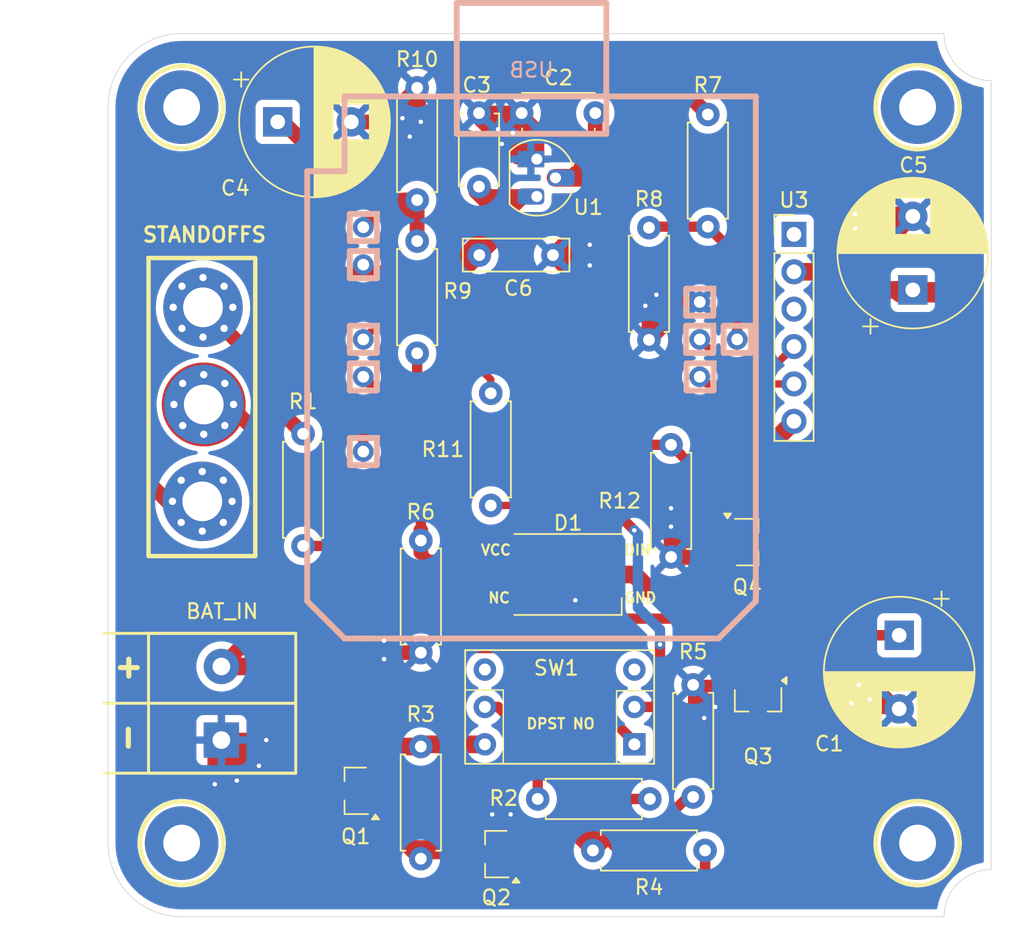
<source format=kicad_pcb>
(kicad_pcb (version 20240108) (generator "pcbnew") (generator_version "8.0")
  (layers (0 "F.Cu" signal) (31 "B.Cu" signal) (34 "B.Paste" user) (35 "F.Paste" user) (36 "B.SilkS" user "B.Silkscreen") (37 "F.SilkS" user "F.Silkscreen") (38 "B.Mask" user) (39 "F.Mask" user) (44 "Edge.Cuts" user))
  (net 0 "")
  (net 1 "CIRCUIT_POWER_SWITCH")
  (net 2 "GND")
  (net 3 "VCC_4.5V")
  (net 4 "+3.3V")
  (net 5 "Net-(U2-IO_13{slash}TCK)")
  (net 6 "Net-(D1-DIN)")
  (net 7 "Net-(Q1-G)")
  (net 8 "Net-(Q2-G)")
  (net 9 "Net-(Q4-D)")
  (net 10 "SIM800L_POWER_SWITCH")
  (net 11 "Net-(R1-Pad2)")
  (net 12 "Net-(R2-Pad2)")
  (net 13 "Net-(U2-IO_04)")
  (net 14 "Net-(R7-Pad2)")
  (net 15 "TEST_BUTTON")
  (net 16 "Net-(U2-IO_23{slash}D7)")
  (net 17 "SERIAL_TX")
  (net 18 "SERIAL_RX")
  (net 20 "Net-(J1-Pin_2)")
  (footprint "MountingHole:MountingHole_2.5mm_Pad" (layer "F.Cu") (at 172.275 73.2)
    (property "Reference" "H2" (hide yes))
    (property "Value" "MountingHole")
  )
  (footprint "Package_TO_SOT_SMD:SOT-23_Handsoldering" (layer "F.Cu") (at 161.4375 113.5 -90)
    (property "Reference" "Q3")
    (property "Value" "PMV16XNR ")
  )
  (footprint "Resistor_THT:R_Axial_DIN0207_L6.3mm_D2.5mm_P7.62mm_Horizontal" (layer "F.Cu") (at 138.525 124.26 90)
    (property "Reference" "R3")
    (property "Value" "100K")
  )
  (footprint "Capacitor_THT:CP_Radial_D10.0mm_P5.00mm" (layer "F.Cu") (at 171.025 109.082323 -90)
    (property "Reference" "C1")
    (property "Value" "470uF")
  )
  (footprint "LED_SMD:LED_WS2812B_PLCC4_5.0x5.0mm_P3.2mm" (layer "F.Cu") (at 148.525 104.95)
    (property "Reference" "D1")
    (property "Value" "WS2812B")
  )
  (footprint "Capacitor_THT:C_Disc_D4.7mm_W2.5mm_P5.00mm" (layer "F.Cu") (at 150.375 73.6 180)
    (property "Reference" "C2")
    (property "Value" "1uF")
  )
  (footprint "Connector_PinHeader_2.54mm:PinHeader_1x06_P2.54mm_Vertical" (layer "F.Cu") (at 163.875 81.845)
    (property "Reference" "U3")
    (property "Value" "SIM800L-CORE")
  )
  (footprint "Resistor_THT:R_Axial_DIN0207_L6.3mm_D2.5mm_P7.62mm_Horizontal" (layer "F.Cu") (at 138.275 89.92 90)
    (property "Reference" "R9")
    (property "Value" "150")
  )
  (footprint "Resistor_THT:R_Axial_DIN0207_L6.3mm_D2.5mm_P7.62mm_Horizontal" (layer "F.Cu") (at 154.025 89.01 90)
    (property "Reference" "R8")
    (property "Value" "680")
  )
  (footprint "MountingHole:MountingHole_2.7mm_M2.5_Pad_Via" (layer "F.Cu") (at 123.775 93.4)
    (property "Reference" "S1" (hide yes))
    (property "Value" "CUNDUCTIVE_LEGS (legs 0, 1)")
  )
  (footprint "Resistor_THT:R_Axial_DIN0207_L6.3mm_D2.5mm_P7.62mm_Horizontal" (layer "F.Cu") (at 150.215 123.7)
    (property "Reference" "R4")
    (property "Value" "100K")
  )
  (footprint "MountingHole:MountingHole_2.7mm_M2.5_Pad_Via" (layer "F.Cu") (at 123.675 99.981891)
    (property "Reference" "S3" (hide yes))
    (property "Value" "CUNDUCTIVE_LEG (leg 2)")
  )
  (footprint "Capacitor_THT:CP_Radial_D10.0mm_P5.00mm" (layer "F.Cu") (at 128.8 74.2)
    (property "Reference" "C4")
    (property "Value" "470")
  )
  (footprint "Resistor_THT:R_Axial_DIN0207_L6.3mm_D2.5mm_P7.62mm_Horizontal" (layer "F.Cu") (at 138.525 110.26 90)
    (property "Reference" "R6")
    (property "Value" "100K")
  )
  (footprint "Resistor_THT:R_Axial_DIN0207_L6.3mm_D2.5mm_P7.62mm_Horizontal" (layer "F.Cu") (at 158.025 81.32 90)
    (property "Reference" "R7")
    (property "Value" "330")
  )
  (footprint "Button_Switch_THT:SW_NKK_G1xJP" (layer "F.Cu") (at 153.035 116.49 180)
    (property "Reference" "SW1")
    (property "Value" "TEST")
  )
  (footprint "Package_TO_SOT_SMD:SOT-23_Handsoldering" (layer "F.Cu") (at 143.65 123.95 180)
    (property "Reference" "Q2")
    (property "Value" "PMV16XNR ")
  )
  (footprint "Package_TO_SOT_SMD:SOT-23_Handsoldering" (layer "F.Cu") (at 160.7 102.75)
    (property "Reference" "Q4")
    (property "Value" "PMV16XNR ")
  )
  (footprint "MountingHole:MountingHole_2.7mm_M2.5_Pad_Via" (layer "F.Cu") (at 123.725 86.8)
    (property "Reference" "S2" (hide yes))
    (property "Value" "CUNDUCTIVE STANDOFFS (legs 1, 2)")
  )
  (footprint "TerminalBlock_Philmore:TerminalBlock_Philmore_TB132_1x02_P5.00mm_Horizontal" (layer "F.Cu") (at 124.975 116.2 90)
    (property "Reference" "BAT_IN")
    (property "Value" "Screw_Terminal_01x02")
  )
  (footprint "Resistor_THT:R_Axial_DIN0207_L6.3mm_D2.5mm_P7.62mm_Horizontal" (layer "F.Cu") (at 138.275 71.89 -90)
    (property "Reference" "R10")
    (property "Value" "10K")
  )
  (footprint "Resistor_THT:R_Axial_DIN0207_L6.3mm_D2.5mm_P7.62mm_Horizontal" (layer "F.Cu") (at 130.525 103.01 90)
    (property "Reference" "R1")
    (property "Value" "330")
  )
  (footprint "Package_TO_SOT_THT:TO-92_HandSolder" (layer "F.Cu") (at 146.405 76.73 -90)
    (property "Reference" "U1")
    (property "Value" "MCP1700x-120xxTO")
  )
  (footprint "MountingHole:MountingHole_2.5mm_Pad" (layer "F.Cu") (at 172.275 123.2)
    (property "Reference" "H4" (hide yes))
    (property "Value" "MountingHole")
  )
  (footprint "Capacitor_THT:C_Rect_L7.0mm_W2.0mm_P5.00mm" (layer "F.Cu") (at 147.5 83.25 180)
    (property "Reference" "C6")
    (property "Value" "C_Rect_L7.0mm_W2.0mm_P5.00mm")
  )
  (footprint "Resistor_THT:R_Axial_DIN0207_L6.3mm_D2.5mm_P7.62mm_Horizontal" (layer "F.Cu") (at 154.085 120.2 180)
    (property "Reference" "R2")
    (property "Value" "330")
  )
  (footprint "Resistor_THT:R_Axial_DIN0207_L6.3mm_D2.5mm_P7.62mm_Horizontal" (layer "F.Cu") (at 157.025 112.45 -90)
    (property "Reference" "R5")
    (property "Value" "300K")
  )
  (footprint "Capacitor_THT:CP_Radial_D10.0mm_P5.00mm" (layer "F.Cu") (at 171.95 85.617677 90)
    (property "Reference" "C5")
    (property "Value" "470uF")
  )
  (footprint "MountingHole:MountingHole_2.5mm_Pad" (layer "F.Cu") (at 122.275 73.2)
    (property "Reference" "H1" (hide yes))
    (property "Value" "MountingHole")
  )
  (footprint "Package_TO_SOT_SMD:SOT-23_Handsoldering" (layer "F.Cu") (at 134.1 119.65 180)
    (property "Reference" "Q1")
    (property "Value" "NTR4101PT1G ")
  )
  (footprint "Resistor_THT:R_Axial_DIN0207_L6.3mm_D2.5mm_P7.62mm_Horizontal" (layer "F.Cu") (at 143.275 92.64 -90)
    (property "Reference" "R11")
    (property "Value" "270")
  )
  (footprint "MountingHole:MountingHole_2.5mm_Pad" (layer "F.Cu") (at 122.275 123.2)
    (property "Reference" "H3" (hide yes))
    (property "Value" "MountingHole")
  )
  (footprint "Capacitor_THT:C_Disc_D4.7mm_W2.5mm_P5.00mm" (layer "F.Cu") (at 142.475 78.6 90)
    (property "Reference" "C3")
    (property "Value" "1uF")
  )
  (footprint "Resistor_THT:R_Axial_DIN0207_L6.3mm_D2.5mm_P7.62mm_Horizontal" (layer "F.Cu") (at 155.525 103.76 90)
    (property "Reference" "R12")
    (property "Value" "10K")
  )
  (footprint "jw:esp32-wemos-d1-mini" (layer "B.Cu") (at 146.045 90.25)
    (property "Reference" "U2" (hide yes))
    (property "Value" "mini_esp32")
  )
  (gr_circle (center 123.775 93.4) (end 126.525455 93.4) (stroke (width 0.2)) (fill solid) (layer "F.Cu") (net 20))
  (gr_rect (start 120.025 108.95) (end 130.025 118.45) (stroke (width 0.2)) (fill none) (layer "F.SilkS"))
  (gr_rect (start 151.825 112.85) (end 154.37612 117.8108) (stroke (width 0.1)) (fill none) (layer "F.SilkS"))
  (gr_rect (start 133.8 80.55) (end 135.425 82.2) (stroke (width 0.2)) (fill none) (layer "F.SilkS"))
  (gr_rect (start 159.2 88.15) (end 160.825 89.8) (stroke (width 0.2)) (fill none) (layer "F.SilkS"))
  (gr_line (start 130.025 108.95) (end 116.975 108.95) (stroke (width 0.2)) (layer "F.SilkS"))
  (gr_line (start 130.025 113.7) (end 117.025 113.7) (stroke (width 0.2)) (layer "F.SilkS"))
  (gr_line (start 130.025 118.45) (end 117.025 118.45) (stroke (width 0.2)) (layer "F.SilkS"))
  (gr_rect (start 133.8 90.7) (end 135.425 92.35) (stroke (width 0.2)) (fill none) (layer "F.SilkS"))
  (gr_rect (start 133.8 83.075) (end 135.425 84.725) (stroke (width 0.2)) (fill none) (layer "F.SilkS"))
  (gr_rect (start 156.675 90.7) (end 158.3 92.35) (stroke (width 0.2)) (fill none) (layer "F.SilkS"))
  (gr_rect (start 156.675 88.15) (end 158.3 89.8) (stroke (width 0.2)) (fill none) (layer "F.SilkS"))
  (gr_rect (start 120.025 83.45) (end 127.275 103.7) (stroke (width 0.3)) (fill none) (layer "F.SilkS"))
  (gr_rect (start 133.8 88.15) (end 135.425 89.8) (stroke (width 0.2)) (fill none) (layer "F.SilkS"))
  (gr_rect (start 141.535 112.8) (end 144.125 117.8108) (stroke (width 0.1)) (fill none) (layer "F.SilkS"))
  (gr_rect (start 133.8 95.775) (end 135.425 97.425) (stroke (width 0.2)) (fill none) (layer "F.SilkS"))
  (gr_rect (start 156.675 85.625) (end 158.3 87.275) (stroke (width 0.2)) (fill none) (layer "F.SilkS"))
  (gr_line (start 122.275 128.2) (end 174.075 128.2) (stroke (width 0.05)) (layer "Edge.Cuts"))
  (gr_arc (start 174.075 128.2) (mid 175.012258 125.937258) (end 177.275 125) (stroke (width 0.05)) (layer "Edge.Cuts"))
  (gr_line (start 174.075 68.2) (end 122.275 68.2) (stroke (width 0.05)) (layer "Edge.Cuts"))
  (gr_arc (start 117.275 73.2) (mid 118.739466 69.664466) (end 122.275 68.2) (stroke (width 0.05)) (layer "Edge.Cuts"))
  (gr_arc (start 122.275 128.2) (mid 118.739466 126.735534) (end 117.275 123.2) (stroke (width 0.05)) (layer "Edge.Cuts"))
  (gr_line (start 177.275 125) (end 177.275 71.4) (stroke (width 0.05)) (layer "Edge.Cuts"))
  (gr_line (start 117.275 73.2) (end 117.275 123.2) (stroke (width 0.05)) (layer "Edge.Cuts"))
  (gr_arc (start 177.275 71.4) (mid 175.012258 70.462742) (end 174.075 68.2) (stroke (width 0.05)) (layer "Edge.Cuts"))
  (gr_text "VCC" (at 142.525 103.7 0) (layer "F.SilkS") (effects (font (size 0.7 0.7) (thickness 0.15) (bold yes)) (justify left bottom)))
  (gr_text "NC" (at 143.025 106.95 0) (layer "F.SilkS") (effects (font (size 0.7 0.7) (thickness 0.15) (bold yes)) (justify left bottom)))
  (gr_text "-" (at 119.425 117.2 90) (layer "F.SilkS") (effects (font (size 1.5 1.5) (thickness 0.35) (bold yes)) (justify left bottom)))
  (gr_text "STANDOFFS" (at 119.525 82.45 0) (layer "F.SilkS") (effects (font (size 1 1) (thickness 0.2) (bold yes)) (justify left bottom)))
  (gr_text "DIN" (at 152.275 103.7 0) (layer "F.SilkS") (effects (font (size 0.7 0.7) (thickness 0.15) (bold yes)) (justify left bottom)))
  (gr_text "+" (at 117.525 112.05 0) (layer "F.SilkS") (effects (font (size 1.5 1.5) (thickness 0.35) (bold yes)) (justify left bottom)))
  (gr_text "DPST NO" (at 145.625 115.5 0) (layer "F.SilkS") (effects (font (size 0.7 0.7) (thickness 0.15) (bold yes)) (justify left bottom)))
  (gr_text "GND" (at 152.275 106.95 0) (layer "F.SilkS") (effects (font (size 0.7 0.7) (thickness 0.15) (bold yes)) (justify left bottom)))
  (segment (start 160.05 107.95) (end 145.025 107.95) (width 0.7) (layer "F.Cu") (net 1))
  (segment (start 162.3875 110.2875) (end 162.3875 112) (width 0.7) (layer "F.Cu") (net 1))
  (segment (start 171.025 109.082323) (end 167.025 109.082323) (width 0.7) (layer "F.Cu") (net 1))
  (segment (start 138.525 95.43) (end 134.615 91.52) (width 0.7) (layer "F.Cu") (net 1))
  (segment (start 138.525 102.64) (end 138.525 101.95) (width 1) (layer "F.Cu") (net 1))
  (segment (start 171.025 109.082323) (end 163.592677 109.082323) (width 0.7) (layer "F.Cu") (net 1))
  (segment (start 161.5 109.4) (end 160.05 107.95) (width 0.7) (layer "F.Cu") (net 1))
  (segment (start 138.525 102.64) (end 138.525 103.45) (width 1) (layer "F.Cu") (net 1))
  (segment (start 163.592677 109.082323) (end 162.3875 110.2875) (width 0.7) (layer "F.Cu") (net 1))
  (segment (start 139.025 103.95) (end 138.525 103.45) (width 0.7) (layer "F.Cu") (net 1))
  (segment (start 161.5 109.4) (end 162.3875 110.2875) (width 0.7) (layer "F.Cu") (net 1))
  (segment (start 141.025 103.95) (end 139.025 103.95) (width 0.7) (layer "F.Cu") (net 1))
  (segment (start 138.525 103.45) (end 138.525 95.43) (width 0.7) (layer "F.Cu") (net 1))
  (segment (start 145.025 107.95) (end 141.025 103.95) (width 0.7) (layer "F.Cu") (net 1))
  (segment (start 155.8 103.7) (end 155.7 103.6) (width 1.2) (layer "F.Cu") (net 2))
  (segment (start 157.275 115.2) (end 157.775 114.7) (width 0.7) (layer "F.Cu") (net 2))
  (segment (start 168.157323 114.082323) (end 167.775 113.7) (width 0.7) (layer "F.Cu") (net 2))
  (segment (start 157.025 112.45) (end 160.525 112.45) (width 0.7) (layer "F.Cu") (net 2))
  (segment (start 134.157323 74.2) (end 136.775 74.2) (width 0.7) (layer "F.Cu") (net 2))
  (segment (start 145.15 123) (end 145.125 123) (width 0.7) (layer "F.Cu") (net 2))
  (segment (start 170.875 80.692677) (end 168.782323 80.692677) (width 1) (layer "F.Cu") (net 2))
  (segment (start 155.015 87.21) (end 154.525 87.7) (width 1) (layer "F.Cu") (net 2))
  (segment (start 155.525 103.76) (end 155.525 100.45) (width 1) (layer "F.Cu") (net 2))
  (segment (start 169.407323 114.082323) (end 168.275 112.95) (width 0.7) (layer "F.Cu") (net 2))
  (segment (start 138.525 110.26) (end 136.835 110.26) (width 1) (layer "F.Cu") (net 2))
  (segment (start 149.125 106.6) (end 149.025 106.7) (width 0.7) (layer "F.Cu") (net 2))
  (segment (start 136.835 110.26) (end 136.025 109.45) (width 1) (layer "F.Cu") (net 2))
  (segment (start 145.125 123) (end 143.375 121.25) (width 0.7) (layer "F.Cu") (net 2))
  (segment (start 150 83.95) (end 149.2 83.15) (width 1) (layer "F.Cu") (net 2))
  (segment (start 157.025 115.2) (end 157.275 115.2) (width 0.7) (layer "F.Cu") (net 2))
  (segment (start 145.15 123) (end 145.15 121.775) (width 0.7) (layer "F.Cu") (net 2))
  (segment (start 146.405 76.73) (end 146.405 76.33) (width 1) (layer "F.Cu") (net 2))
  (segment (start 124.525 119.2) (end 125.775 119.2) (width 1) (layer "F.Cu") (net 2))
  (segment (start 150 83.95) (end 150 82.55) (width 1) (layer "F.Cu") (net 2))
  (segment (start 125.025 117.95) (end 125.025 116.2) (width 1) (layer "F.Cu") (net 2))
  (segment (start 125.025 119.2) (end 128.025 116.2) (width 1) (layer "F.Cu") (net 2))
  (segment (start 126.525 118.2) (end 124.775 116.45) (width 1) (layer "F.Cu") (net 2))
  (segment (start 150 82.55) (end 148.2 82.55) (width 1) (layer "F.Cu") (net 2))
  (segment (start 148.2 83.95) (end 147.5 83.25) (width 1) (layer "F.Cu") (net 2))
  (segment (start 145.055 76.73) (end 144.025 75.7) (width 0.7) (layer "F.Cu") (net 2))
  (segment (start 137.275 74.2) (end 137.025 73.95) (width 0.7) (layer "F.Cu") (net 2))
  (segment (start 168.025 80.45) (end 171.782323 80.45) (width 1) (layer "F.Cu") (net 2))
  (segment (start 155.015 86.44) (end 154.525 85.95) (width 1) (layer "F.Cu") (net 2))
  (segment (start 127.525 117.95) (end 126.725 117.95) (width 1) (layer "F.Cu") (net 2))
  (segment (start 138.025 73.7) (end 138.025 72.95) (width 0.7) (layer "F.Cu") (net 2))
  (segment (start 167.775 112.95) (end 168.275 112.45) (width 0.7) (layer "F.Cu") (net 2))
  (segment (start 125.775 119.2) (end 126.025 118.95) (width 1) (layer "F.Cu") (net 2))
  (segment (start 138.525 74.2) (end 134.157323 74.2) (width 0.7) (layer "F.Cu") (net 2))
  (segment (start 171.782323 80.45) (end 171.95 80.617677) (width 1) (layer "F.Cu") (net 2))
  (segment (start 156.595 86.44) (end 154.025 89.01) (width 1) (layer "F.Cu") (net 2))
  (segment (start 137.525 74.95) (end 137.525 73.7) (width 0.7) (layer "F.Cu") (net 2))
  (segment (start 128.025 117.45) (end 127.275 116.7) (width 1) (layer "F.Cu") (net 2))
  (segment (start 138.525 74.2) (end 137.775 73.45) (width 0.7) (layer "F.Cu") (net 2))
  (segment (start 146.405 76.73) (end 145.055 76.73) (width 0.7) (layer "F.Cu") (net 2))
  (segment (start 145.375 73.6) (end 142.475 73.6) (width 1) (layer "F.Cu") (net 2))
  (segment (start 126.225 117.45) (end 124.975 116.2) (width 1) (layer "F.Cu") (net 2))
  (segment (start 160.025 112.45) (end 159.025 112.45) (width 0.7) (layer "F.Cu") (net 2))
  (segment (start 159.475 103.7) (end 158.025 103.7) (width 1) (layer "F.Cu") (net 2))
  (segment (start 145.15 123) (end 144.45 122.3) (width 0.7) (layer "F.Cu") (net 2))
  (segment (start 168.782323 80.692677) (end 168.025 81.45) (width 1) (layer "F.Cu") (net 2))
  (segment (start 145.15 121.775) (end 144.625 121.25) (width 0.7) (layer "F.Cu") (net 2))
  (segment (start 158.525 113.95) (end 157.775 114.7) (width 0.7) (layer "F.Cu") (net 2))
  (segment (start 146.405 74.83) (end 145.275 73.7) (width 1) (layer "F.Cu") (net 2))
  (segment (start 146.405 75.58) (end 144.775 73.95) (width 1) (layer "F.Cu") (net 2))
  (segment (start 138.525 74.2) (end 138.025 73.7) (width 0.7) (layer "F.Cu") (net 2))
  (segment (start 170.157323 114.082323) (end 169.025 112.95) (width 0.7) (layer "F.Cu") (net 2))
  (segment (start 157.025 112.45) (end 157.025 115.2) (width 0.7) (layer "F.Cu") (net 2))
  (segment (start 126.725 117.95) (end 124.975 116.2) (width 1) (layer "F.Cu") (net 2))
  (segment (start 128.025 117.45) (end 127.525 117.95) (width 1) (layer "F.Cu") (net 2))
  (segment (start 136.775 74.2) (end 137.775 75.2) (width 0.7) (layer "F.Cu") (net 2))
  (segment (start 169.392677 112.45) (end 171.025 114.082323) (width 0.7) (layer "F.Cu") (net 2))
  (segment (start 157.025 115.2) (end 159.775 112.45) (width 0.7) (layer "F.Cu") (net 2))
  (segment (start 168.025 81.45) (end 168.025 80.45) (width 1) (layer "F.Cu") (net 2))
  (segment (start 128.025 116.2) (end 128.025 117.45) (width 1) (layer "F.Cu") (net 2))
  (segment (start 150.975 106.6) (end 149.125 106.6) (width 0.7) (layer "F.Cu") (net 2))
  (segment (start 124.525 116.65) (end 124.975 116.2) (width 1) (layer "F.Cu") (net 2))
  (segment (start 127.525 117.95) (end 125.775 116.2) (width 1) (layer "F.Cu") (net 2))
  (segment (start 137.775 75.2) (end 137.775 74.95) (width 0.7) (layer "F.Cu") (net 2))
  (segment (start 157.025 114.45) (end 157.025 112.45) (width 0.7) (layer "F.Cu") (net 2))
  (segment (start 146.405 76.73) (end 145.555 76.73) (width 1) (layer "F.Cu") (net 2))
  (segment (start 126.525 118.95) (end 127.525 117.95) (width 1) (layer "F.Cu") (net 2))
  (segment (start 138.525 72.14) (end 138.275 71.89) (width 0.7) (layer "F.Cu") (net 2))
  (segment (start 158.025 103.7) (end 157.275 102.95) (width 1) (layer "F.Cu") (net 2))
  (segment (start 125.775 116.2) (end 125.025 116.2) (width 1) (layer "F.Cu") (net 2))
  (segment (start 138.525 74.2) (end 138.525 72.14) (width 0.7) (layer "F.Cu") (net 2))
  (segment (start 127.275 116.7) (end 124.775 116.7) (width 1) (layer "F.Cu") (net 2))
  (segment (start 127.525 117.95) (end 126.275 119.2) (width 1) (layer "F.Cu") (net 2))
  (segment (start 146.405 76.73) (end 146.405 75.58) (width 1) (layer "F.Cu") (net 2))
  (segment (start 169.642677 112.7) (end 168.525 112.7) (width 0.7) (layer "F.Cu") (net 2))
  (segment (start 149.2 83.15) (end 148.7 83.15) (width 1) (layer "F.Cu") (net 2))
  (segment (start 155.525 100.45) (end 155.525 101.2) (width 1) (layer "F.Cu") (net 2))
  (segment (start 157.275 102.95) (end 156.025 102.95) (width 1) (layer "F.Cu") (net 2))
  (segment (start 136.465 110.26) (end 136.025 110.7) (width 1) (layer "F.Cu") (net 2))
  (segment (start 128.025 117.45) (end 126.225 117.45) (width 1) (layer "F.Cu") (net 2))
  (segment (start 128.025 116.2) (end 124.975 116.2) (width 1) (layer "F.Cu") (net 2))
  (segment (start 170.875 80.692677) (end 168.032323 80.692677) (width 1) (layer "F.Cu") (net 2))
  (segment (start 126.275 119.2) (end 125.775 119.2) (width 1) (layer "F.Cu") (net 2))
  (segment (start 124.525 119.2) (end 125.025 119.2) (width 1) (layer "F.Cu") (net 2))
  (segment (start 160.025 112.45) (end 158.275 112.45) (width 0.7) (layer "F.Cu") (net 2))
  (segment (start 137.775 75.2) (end 137.525 74.95) (width 0.7) (layer "F.Cu") (net 2))
  (segment (start 158.025 103.7) (end 155.585 103.7) (width 1) (layer "F.Cu") (net 2))
  (segment (start 170.875 80.692677) (end 168.267677 80.692677) (width 1) (layer "F.Cu") (net 2))
  (segment (start 168.267677 80.692677) (end 168.025 80.45) (width 1) (layer "F.Cu") (net 2))
  (segment (start 171.025 114.082323) (end 169.407323 114.082323) (width 0.7) (layer "F.Cu") (net 2))
  (segment (start 155.585 103.7) (end 155.525 103.76) (width 1) (layer "F.Cu") (net 2))
  (segment (start 168.657323 114.082323) (end 168.025 113.45) (width 0.7) (layer "F.Cu") (net 2))
  (segment (start 157.475 86.44) (end 156.595 86.44) (width 1) (layer "F.Cu") (net 2))
  (segment (start 145.555 76.73) (end 142.525 73.7) (width 1) (layer "F.Cu") (net 2))
  (segment (start 154.525 87.7) (end 154.525 86.7) (width 1) (layer "F.Cu") (net 2))
  (segment (start 158.275 112.45) (end 157.275 113.45) (width 0.7) (layer "F.Cu") (net 2))
  (segment (start 137.775 73.45) (end 137.025 73.45) (width 0.7) (layer "F.Cu") (net 2))
  (segment (start 159.775 112.7) (end 158.525 113.95) (width 0.7) (layer "F.Cu") (net 2))
  (segment (start 171.117677 81.45) (end 171.95 80.617677) (width 1) (layer "F.Cu") (net 2))
  (segment (start 137.775 74.95) (end 138.525 74.2) (width 0.7) (layer "F.Cu") (net 2))
  (segment (start 148.2 82.55) (end 147.5 83.25) (width 1) (layer "F.Cu") (net 2))
  (segment (start 135.965 74.2) (end 138.275 71.89) (width 1) (layer "F.Cu") (net 2))
  (segment (start 146.405 76.33) (end 144.025 73.95) (width 1) (layer "F.Cu") (net 2))
  (segment (start 154.025 86.95) (end 153.775 86.7) (width 1) (layer "F.Cu") (net 2))
  (segment (start 142.475 73.6) (end 142.475 74.15) (width 0.7) (layer "F.Cu") (net 2))
  (segment (start 171.025 114.082323) (end 168.157323 114.082323) (width 0.7) (layer "F.Cu") (net 2))
  (segment (start 168.275 112.45) (end 169.392677 112.45) (width 0.7) (layer "F.Cu") (net 2))
  (segment (start 126.025 118.95) (end 126.525 118.95) (width 1) (layer "F.Cu") (net 2))
  (segment (start 135.965 74.2) (end 133.8 74.2) (width 1) (layer "F.Cu") (net 2))
  (segment (start 150 83.95) (end 148.2 83.95) (width 1) (layer "F.Cu") (net 2))
  (segment (start 155.525 101.2) (end 158.025 103.7) (width 1) (layer "F.Cu") (net 2))
  (segment (start 126.025 118.95) (end 125.025 117.95) (width 1) (layer "F.Cu") (net 2))
  (segment (start 159.025 112.45) (end 157.025 114.45) (width 0.7) (layer "F.Cu") (net 2))
  (segment (start 146.405 76.73) (end 146.405 74.83) (width 1) (layer "F.Cu") (net 2))
  (segment (start 144.45 122.3) (end 144.45 121.65) (width 0.7) (layer "F.Cu") (net 2))
  (segment (start 138.525 110.26) (end 136.465 110.26) (width 1) (layer "F.Cu") (net 2))
  (segment (start 124.525 119.2) (end 124.525 116.65) (width 1) (layer "F.Cu") (net 2))
  (segment (start 142.475 74.15) (end 144.025 75.7) (width 0.7) (layer "F.Cu") (net 2))
  (segment (start 171.025 114.082323) (end 169.642677 112.7) (width 0.7) (layer "F.Cu") (net 2))
  (segment (start 171.025 114.082323) (end 170.157323 114.082323) (width 0.7) (layer "F.Cu") (net 2))
  (segment (start 144.625 121.25) (end 143.375 121.25) (width 0.7) (layer "F.Cu") (net 2))
  (segment (start 154.025 89.01) (end 154.025 86.95) (width 1) (layer "F.Cu") (net 2))
  (segment (start 155.015 86.44) (end 155.015 87.21) (width 1) (layer "F.Cu") (net 2))
  (segment (start 159.775 112.45) (end 159.775 112.7) (width 0.7) (layer "F.Cu") (net 2))
  (segment (start 134.157323 74.2) (end 135.965 74.2) (width 1) (layer "F.Cu") (net 2))
  (segment (start 168.025 81.45) (end 171.117677 81.45) (width 1) (layer "F.Cu") (net 2))
  (segment (start 167.775 113.7) (end 167.775 112.95) (width 0.7) (layer "F.Cu") (net 2))
  (segment (start 136.025 110.7) (end 136.025 109.45) (width 1) (layer "F.Cu") (net 2))
  (segment (start 138.525 74.2) (end 137.275 74.2) (width 0.7) (layer "F.Cu") (net 2))
  (segment (start 153.775 86.7) (end 154.525 85.95) (width 1) (layer "F.Cu") (net 2))
  (segment (start 157.475 86.44) (end 155.015 86.44) (width 1) (layer "F.Cu") (net 2))
  (segment (start 171.025 114.082323) (end 168.657323 114.082323) (width 0.7) (layer "F.Cu") (net 2))
  (segment (start 159.2 103.7) (end 155.8 103.7) (width 1.2) (layer "F.Cu") (net 2))
  (segment (start 126.525 118.95) (end 126.525 118.2) (width 1) (layer "F.Cu") (net 2))
  (via (at 144.625 121.25) (size 0.7) (drill 0.3) (layers "F.Cu" "B.Cu") (net 2))
  (via (at 167.775 113.7) (size 0.7) (drill 0.3) (layers "F.Cu" "B.Cu") (net 2))
  (via (at 137.775 75.2) (size 0.7) (drill 0.3) (layers "F.Cu" "B.Cu") (net 2))
  (via (at 158.525 113.95) (size 0.7) (drill 0.3) (layers "F.Cu" "B.Cu") (net 2))
  (via (at 144.025 75.7) (size 0.7) (drill 0.3) (layers "F.Cu" "B.Cu") (net 2))
  (via (at 169.025 113.45) (size 0.7) (drill 0.3) (layers "F.Cu" "B.Cu") (net 2))
  (via (at 136.025 110.7) (size 0.7) (drill 0.3) (layers "F.Cu" "B.Cu") (net 2))
  (via (at 155.525 101.7) (size 0.7) (drill 0.3) (layers "F.Cu" "B.Cu") (net 2))
  (via (at 168.025 80.45) (size 0.7) (drill 0.3) (layers "F.Cu" "B.Cu") (net 2))
  (via (at 126.025 118.95) (size 0.7) (drill 0.3) (layers "F.Cu" "B.Cu") (net 2))
  (via (at 155.525 100.45) (size 0.7) (drill 0.3) (layers "F.Cu" "B.Cu") (net 2))
  (via (at 153.775 86.7) (size 0.7) (drill 0.3) (layers "F.Cu" "B.Cu") (net 2))
  (via (at 150 83.95) (size 0.7) (drill 0.3) (layers "F.Cu" "B.Cu") (net 2))
  (via (at 154.525 85.95) (size 0.7) (drill 0.3) (layers "F.Cu" "B.Cu") (net 2))
  (via (at 127.525 117.95) (size 0.7) (drill 0.3) (layers "F.Cu" "B.Cu") (net 2))
  (via (at 168.275 112.45) (size 0.7) (drill 0.3) (layers "F.Cu" "B.Cu") (net 2))
  (via (at 168.025 81.45) (size 0.7) (drill 0.3) (layers "F.Cu" "B.Cu") (net 2))
  (via (at 144.775 74.95) (size 0.7) (drill 0.3) (layers "F.Cu" "B.Cu") (net 2))
  (via (at 149.025 106.7) (size 0.7) (drill 0.3) (layers "F.Cu" "B.Cu") (net 2))
  (via (at 136.025 109.45) (size 0.7) (drill 0.3) (layers "F.Cu" "B.Cu") (net 2))
  (via (at 157.775 114.7) (size 0.7) (drill 0.3) (layers "F.Cu" "B.Cu") (net 2))
  (via (at 137.275 73.95) (size 0.7) (drill 0.3) (layers "F.Cu" "B.Cu") (net 2))
  (via (at 138.525 74.2) (size 0.7) (drill 0.3) (layers "F.Cu" "B.Cu") (net 2))
  (via (at 143.375 121.25) (size 0.7) (drill 0.3) (layers "F.Cu" "B.Cu") (net 2))
  (via (at 124.525 119.2) (size 0.7) (drill 0.3) (layers "F.Cu" "B.Cu") (net 2))
  (via (at 128.025 116.2) (size 0.7) (drill 0.3) (layers "F.Cu" "B.Cu") (net 2))
  (via (at 143.775 74.7) (size 0.7) (drill 0.3) (layers "F.Cu" "B.Cu") (net 2))
  (via (at 150 82.55) (size 0.7) (drill 0.3) (layers "F.Cu" "B.Cu") (net 2))
  (segment (start 167.735 84.385) (end 163.875 84.385) (width 1.2) (layer "F.Cu") (net 3))
  (segment (start 175.275 87.175) (end 175.275 94.45) (width 1.2) (layer "F.Cu") (net 3))
  (segment (start 158.895 126.2) (end 157.835 125.14) (width 0.7) (layer "F.Cu") (net 3))
  (segment (start 147.675 78) (end 148.725 78) (width 1) (layer "F.Cu") (net 3))
  (segment (start 171.95 85.617677) (end 168.967677 85.617677) (width 1.2) (layer "F.Cu") (net 3))
  (segment (start 150.525 76.5) (end 150.525 77.45) (width 1) (layer "F.Cu") (net 3))
  (segment (start 175.067677 85.692677) (end 175.275 85.9) (width 1.2) (layer "F.Cu") (net 3))
  (segment (start 150.375 76.35) (end 151.775 77.75) (width 1) (layer "F.Cu") (net 3))
  (segment (start 167.275 121.45) (end 170.025 118.7) (width 1.2) (layer "F.Cu") (net 3))
  (segment (start 175.275 116.7) (end 175.275 111.7) (width 1.2) (layer "F.Cu") (net 3))
  (segment (start 168.05 78) (end 147.675 78) (width 1.2) (layer "F.Cu") (net 3))
  (segment (start 157.835 125.26) (end 158.775 126.2) (width 0.7) (layer "F.Cu") (net 3))
  (segment (start 156.025 126.2) (end 155.6125 126.6125) (width 0.7) (layer "F.Cu") (net 3))
  (segment (start 170.875 85.692677) (end 175.067677 85.692677) (width 1.2) (layer "F.Cu") (net 3))
  (segment (start 173.275 118.7) (end 175.275 116.7) (width 1.2) (layer "F.Cu") (net 3))
  (segment (start 156.025 126.2) (end 165.275 126.2) (width 1.2) (layer "F.Cu") (net 3))
  (segment (start 170.025 118.7) (end 173.275 118.7) (width 1.2) (layer "F.Cu") (net 3))
  (segment (start 151.775 77.75) (end 151.775 77.95) (width 1) (layer "F.Cu") (net 3))
  (segment (start 132.6 123.65) (end 132.6 119.65) (width 1.2) (layer "F.Cu") (net 3))
  (segment (start 173.975 85.875) (end 171.075 85.875) (width 1.2) (layer "F.Cu") (net 3))
  (segment (start 175.275 85.9) (end 175.275 79.575) (width 1.2) (layer "F.Cu") (net 3))
  (segment (start 175.275 87.175) (end 173.975 85.875) (width 1.2) (layer "F.Cu") (net 3))
  (segment (start 150.375 76.35) (end 150.525 76.5) (width 1) (layer "F.Cu") (net 3))
  (segment (start 175.275 111.7) (end 175.275 107.95) (width 1.2) (layer "F.Cu") (net 3))
  (segment (start 175.067677 85.692677) (end 172.025 85.692677) (width 1.2) (layer "F.Cu") (net 3))
  (segment (start 157.835 125.14) (end 156.775 126.2) (width 0.7) (layer "F.Cu") (net 3))
  (segment (start 172.025 85.692677) (end 171.95 85.617677) (width 1.2) (layer "F.Cu") (net 3))
  (segment (start 173.275 105.95) (end 154.025 105.95) (width 1.2) (layer "F.Cu") (net 3))
  (segment (start 175.275 108.95) (end 175.275 111.7) (width 1.2) (layer "F.Cu") (net 3))
  (segment (start 170.95 85.617677) (end 170.875 85.692677) (width 1.2) (layer "F.Cu") (net 3))
  (segment (start 175.275 85.9) (end 175.275 87.175) (width 1.2) (layer "F.Cu") (net 3))
  (segment (start 156.025 126.2) (end 155.175 127.05) (width 1.2) (layer "F.Cu") (net 3))
  (segment (start 148.725 78) (end 150.375 76.35) (width 1) (layer "F.Cu") (net 3))
  (segment (start 175.275 107.95) (end 173.275 105.95) (width 1.2) (layer "F.Cu") (net 3))
  (segment (start 168.875 77.175) (end 168.05 78) (width 1.2) (layer "F.Cu") (net 3))
  (segment (start 167.275 124.2) (end 167.275 121.45) (width 1.2) (layer "F.Cu") (net 3))
  (segment (start 157.835 123.7) (end 157.835 125.14) (width 0.7) (layer "F.Cu") (net 3))
  (segment (start 175.275 79.575) (end 172.875 77.175) (width 1.2) (layer "F.Cu") (net 3))
  (segment (start 154.025 105.95) (end 153.025 104.95) (width 1.2) (layer "F.Cu") (net 3))
  (segment (start 165.275 126.2) (end 167.275 124.2) (width 1.2) (layer "F.Cu") (net 3))
  (segment (start 147.725 104.95) (end 146.075 103.3) (width 1.2) (layer "F.Cu") (net 3))
  (segment (start 136 127.05) (end 132.6 123.65) (width 1.2) (layer "F.Cu") (net 3))
  (segment (start 153.025 104.95) (end 147.725 104.95) (width 1.2) (layer "F.Cu") (net 3))
  (segment (start 171.95 85.617677) (end 170.95 85.617677) (width 1.2) (layer "F.Cu") (net 3))
  (segment (start 168.967677 85.617677) (end 167.735 84.385) (width 1.2) (layer "F.Cu") (net 3))
  (segment (start 150.375 76.35) (end 150.375 73.6) (width 1) (layer "F.Cu") (net 3))
  (segment (start 175.275 94.45) (end 175.275 108.95) (width 1.2) (layer "F.Cu") (net 3))
  (segment (start 157.835 123.7) (end 157.835 125.26) (width 0.7) (layer "F.Cu") (net 3))
  (segment (start 172.875 77.175) (end 168.875 77.175) (width 1.2) (layer "F.Cu") (net 3))
  (segment (start 155.175 127.05) (end 136 127.05) (width 1.2) (layer "F.Cu") (net 3))
  (segment (start 134.615 83.9) (end 135.165 84.45) (width 1) (layer "F.Cu") (net 4))
  (segment (start 146.405 79.27) (end 144.025 79.27) (width 1) (layer "F.Cu") (net 4))
  (segment (start 132.525 94.7) (end 132.525 99.45) (width 0.7) (layer "F.Cu") (net 4))
  (segment (start 142.8 78.925) (end 142.8 79.475) (width 1) (layer "F.Cu") (net 4))
  (segment (start 144.025 80.7) (end 142.275 78.95) (width 1) (layer "F.Cu") (net 4))
  (segment (start 136.275 84.45) (end 140.275 84.45) (width 1) (layer "F.Cu") (net 4))
  (segment (start 142.5 83.25) (end 144.025 81.725) (width 1) (layer "F.Cu") (net 4))
  (segment (start 144.025 80.7) (end 144.025 79.27) (width 1) (layer "F.Cu") (net 4))
  (segment (start 145.455 79.27) (end 143.775 80.95) (width 1) (layer "F.Cu") (net 4))
  (segment (start 146.405 79.27) (end 145.455 79.27) (width 1) (layer "F.Cu") (net 4))
  (segment (start 140.275 84.45) (end 141.3 84.45) (width 1) (layer "F.Cu") (net 4))
  (segment (start 144.15 108.7) (end 145.4 109.95) (width 0.7) (layer "F.Cu") (net 4))
  (segment (start 131.525 86.7) (end 131.525 93.7) (width 0.7) (layer "F.Cu") (net 4))
  (segment (start 135.165 84.45) (end 136.275 84.45) (width 1) (layer "F.Cu") (net 4))
  (segment (start 133.775 84.45) (end 131.525 86.7) (width 0.7) (layer "F.Cu") (net 4))
  (segment (start 144.025 81.725) (end 144.025 80.7) (width 1) (layer "F.Cu") (net 4))
  (segment (start 146.65 109.95) (end 153.035 116.335) (width 0.7) (layer "F.Cu") (net 4))
  (segment (start 136.275 84.45) (end 133.775 84.45) (width 1) (layer "F.Cu") (net 4))
  (segment (start 144.025 79.27) (end 143.145 79.27) (width 1) (layer "F.Cu") (net 4))
  (segment (start 153.035 116.335) (end 153.035 116.49) (width 0.7) (layer "F.Cu") (net 4))
  (segment (start 143.145 79.27) (end 142.475 78.6) (width 1) (layer "F.Cu") (net 4))
  (segment (start 142.475 78.6) (end 142.8 78.925) (width 1) (layer "F.Cu") (net 4))
  (segment (start 142.8 79.475) (end 144.025 80.7) (width 1) (layer "F.Cu") (net 4))
  (segment (start 140.275 84.45) (end 144.025 80.7) (width 1) (layer "F.Cu") (net 4))
  (segment (start 141.775 108.7) (end 144.15 108.7) (width 0.7) (layer "F.Cu") (net 4))
  (segment (start 142.275 78.95) (end 142.275 78.7) (width 1) (layer "F.Cu") (net 4))
  (segment (start 145.4 109.95) (end 146.65 109.95) (width 0.7) (layer "F.Cu") (net 4))
  (segment (start 141.3 84.45) (end 142.5 83.25) (width 1) (layer "F.Cu") (net 4))
  (segment (start 131.525 93.7) (end 132.525 94.7) (width 0.7) (layer "F.Cu") (net 4))
  (segment (start 132.525 99.45) (end 141.775 108.7) (width 0.7) (layer "F.Cu") (net 4))
  (segment (start 134.958838 77.883838) (end 136.585 79.51) (width 1) (layer "F.Cu") (net 5))
  (segment (start 129.157324 74.2) (end 128.8 74.2) (width 1) (layer "F.Cu") (net 5))
  (segment (start 130.978662 76.021338) (end 129.157324 74.2) (width 1) (layer "F.Cu") (net 5))
  (segment (start 135.615 80.36) (end 138.025 80.36) (width 1) (layer "F.Cu") (net 5))
  (segment (start 138.025 80.36) (end 138.275 80.61) (width 1) (layer "F.Cu") (net 5))
  (segment (start 138.275 82.3) (end 138.275 79.51) (width 1) (layer "F.Cu") (net 5))
  (segment (start 136.465 79.51) (end 134.615 81.36) (width 1) (layer "F.Cu") (net 5))
  (segment (start 138.275 80.61) (end 137.275 79.61) (width 1) (layer "F.Cu") (net 5))
  (segment (start 134.615 81.36) (end 135.615 80.36) (width 1) (layer "F.Cu") (net 5))
  (segment (start 136.585 79.51) (end 138.275 79.51) (width 1) (layer "F.Cu") (net 5))
  (segment (start 132.841162 77.883838) (end 134.958838 77.883838) (width 1) (layer "F.Cu") (net 5))
  (segment (start 130.978662 76.021338) (end 129.157323 74.2) (width 1) (layer "F.Cu") (net 5))
  (segment (start 138.275 82.3) (end 138.275 80.61) (width 1) (layer "F.Cu") (net 5))
  (segment (start 132.841162 77.883838) (end 130.978662 76.021338) (width 1) (layer "F.Cu") (net 5))
  (segment (start 135.9 80.075) (end 136.275 79.7) (width 1) (layer "F.Cu") (net 5))
  (segment (start 134.615 81.36) (end 135.9 80.075) (width 1) (layer "F.Cu") (net 5))
  (segment (start 138.275 79.51) (end 136.465 79.51) (width 1) (layer "F.Cu") (net 5))
  (segment (start 146.085 100.26) (end 149.125 103.3) (width 0.5) (layer "F.Cu") (net 6))
  (segment (start 149.125 103.3) (end 150.975 103.3) (width 0.5) (layer "F.Cu") (net 6))
  (segment (start 143.275 100.26) (end 146.085 100.26) (width 0.5) (layer "F.Cu") (net 6))
  (segment (start 137.375 123.35) (end 141.6 123.35) (width 0.7) (layer "F.Cu") (net 7))
  (segment (start 139.085 123.7) (end 138.525 124.26) (width 0.7) (layer "F.Cu") (net 7))
  (segment (start 137.375 123.35) (end 137.975 123.95) (width 0.7) (layer "F.Cu") (net 7))
  (segment (start 137.975 123.95) (end 142.15 123.95) (width 0.7) (layer "F.Cu") (net 7))
  (segment (start 137.375 123.35) (end 137.375 122.375) (width 0.7) (layer "F.Cu") (net 7))
  (segment (start 137.375 122.375) (end 135.6 120.6) (width 0.7) (layer "F.Cu") (net 7))
  (segment (start 141.6 123.35) (end 142.1 123.85) (width 0.7) (layer "F.Cu") (net 7))
  (segment (start 138.525 124.26) (end 138.285 124.26) (width 0.7) (layer "F.Cu") (net 7))
  (segment (start 138.285 124.26) (end 137.375 123.35) (width 0.7) (layer "F.Cu") (net 7))
  (segment (start 148.775 122.7) (end 149.465 122.7) (width 1) (layer "F.Cu") (net 8))
  (segment (start 134.085 103.01) (end 141.025 109.95) (width 0.7) (layer "F.Cu") (net 8))
  (segment (start 150.215 115.89) (end 150.215 121.95) (width 0.7) (layer "F.Cu") (net 8))
  (segment (start 150.215 123.7) (end 150.275 123.7) (width 1) (layer "F.Cu") (net 8))
  (segment (start 143.775 109.95) (end 145.025 111.2) (width 0.7) (layer "F.Cu") (net 8))
  (segment (start 148.75 122.7) (end 146.55 124.9) (width 1) (layer "F.Cu") (net 8))
  (segment (start 154.025 122.7) (end 151.525 122.7) (width 0.7) (layer "F.Cu") (net 8))
  (segment (start 150.525 121.7) (end 150.275 121.7) (width 0.7) (layer "F.Cu") (net 8))
  (segment (start 141.025 109.95) (end 143.775 109.95) (width 0.7) (layer "F.Cu") (net 8))
  (segment (start 158.275 121.7) (end 159.1125 120.8625) (width 0.7) (layer "F.Cu") (net 8))
  (segment (start 148.775 122.7) (end 148.75 122.7) (width 1) (layer "F.Cu") (net 8))
  (segment (start 161.4375 118.5375) (end 161.4375 115) (width 0.7) (layer "F.Cu") (net 8))
  (segment (start 151.525 122.7) (end 150.275 122.7) (width 0.7) (layer "F.Cu") (net 8))
  (segment (start 150.215 121.95) (end 152.215 123.95) (width 0.7) (layer "F.Cu") (net 8))
  (segment (start 159.1125 120.8625) (end 159.525 120.45) (width 0.7) (layer "F.Cu") (net 8))
  (segment (start 148.775 122.7) (end 149.215 122.7) (width 1) (layer "F.Cu") (net 8))
  (segment (start 149.215 122.7) (end 150.215 123.7) (width 1) (layer "F.Cu") (net 8))
  (segment (start 157.025 121.7) (end 158.275 121.7) (width 0.7) (layer "F.Cu") (net 8))
  (segment (start 150.275 123.7) (end 151.025 122.95) (width 1) (layer "F.Cu") (net 8))
  (segment (start 150.215 122.14) (end 150.215 121.95) (width 1) (layer "F.Cu") (net 8))
  (segment (start 150.215 123.7) (end 150.215 122.76) (width 1) (layer "F.Cu") (net 8))
  (segment (start 149.465 122.7) (end 150.215 121.95) (width 1) (layer "F.Cu") (net 8))
  (segment (start 145.025 111.2) (end 145.525 111.2) (width 0.7) (layer "F.Cu") (net 8))
  (segment (start 159.1125 120.8625) (end 161.4375 118.5375) (width 0.7) (layer "F.Cu") (net 8))
  (segment (start 151.525 122.7) (end 150.525 121.7) (width 0.7) (layer "F.Cu") (net 8))
  (segment (start 154.775 123.95) (end 157.025 121.7) (width 0.7) (layer "F.Cu") (net 8))
  (segment (start 146.55 124.9) (end 145.15 124.9) (width 1) (layer "F.Cu") (net 8))
  (segment (start 145.525 111.2) (end 150.215 115.89) (width 0.7) (layer "F.Cu") (net 8))
  (segment (start 130.525 103.01) (end 134.085 103.01) (width 0.7) (layer "F.Cu") (net 8))
  (segment (start 152.215 123.95) (end 154.775 123.95) (width 0.7) (layer "F.Cu") (net 8))
  (segment (start 154.085 120.2) (end 152.775 120.2) (width 0.7) (layer "F.Cu") (net 8))
  (segment (start 157.025 120.07) (end 156.655 120.07) (width 0.7) (layer "F.Cu") (net 8))
  (segment (start 156.655 120.07) (end 154.025 122.7) (width 0.7) (layer "F.Cu") (net 8))
  (segment (start 152.775 120.2) (end 150.215 122.76) (width 0.7) (layer "F.Cu") (net 8))
  (segment (start 151.025 122.95) (end 150.215 122.14) (width 1) (layer "F.Cu") (net 8))
  (segment (start 150.275 122.7) (end 150.215 122.76) (width 0.7) (layer "F.Cu") (net 8))
  (segment (start 162.2 96.22) (end 163.875 94.545) (width 1.2) (layer "F.Cu") (net 9))
  (segment (start 162.2 102.75) (end 162.2 96.22) (width 1.2) (layer "F.Cu") (net 9))
  (segment (start 159.2 99.815) (end 159.2 101.35) (width 0.7) (layer "F.Cu") (net 10))
  (segment (start 132.775 87.7) (end 132.775 92.7) (width 0.7) (layer "F.Cu") (net 10))
  (segment (start 134.615 94.54) (end 134.615 96.6) (width 0.7) (layer "F.Cu") (net 10))
  (segment (start 159.2 100.75) (end 159.2 101.35) (width 0.7) (layer "F.Cu") (net 10))
  (segment (start 159.2 100.75) (end 159.2 99.815) (width 0.7) (layer "F.Cu") (net 10))
  (segment (start 150.715 96.14) (end 140.775 86.2) (width 0.7) (layer "F.Cu") (net 10))
  (segment (start 140.775 86.2) (end 134.275 86.2) (width 0.7) (layer "F.Cu") (net 10))
  (segment (start 155.525 96.14) (end 150.715 96.14) (width 0.7) (layer "F.Cu") (net 10))
  (segment (start 159.2 101.35) (end 159.2 101.8) (width 0.7) (layer "F.Cu") (net 10))
  (segment (start 156.4175 97.0325) (end 155.525 96.14) (width 0.7) (layer "F.Cu") (net 10))
  (segment (start 134.275 86.2) (end 132.775 87.7) (width 0.7) (layer "F.Cu") (net 10))
  (segment (start 159.2 99.8) (end 159.2 100.75) (width 0.7) (layer "F.Cu") (net 10))
  (segment (start 156.4175 97.0325) (end 159.2 99.815) (width 0.7) (layer "F.Cu") (net 10))
  (segment (start 132.775 92.7) (end 134.615 94.54) (width 0.7) (layer "F.Cu") (net 10))
  (segment (start 128.775 91.85) (end 123.725 86.8) (width 1) (layer "F.Cu") (net 11))
  (segment (start 130.525 95.39) (end 128.775 93.64) (width 1) (layer "F.Cu") (net 11))
  (segment (start 128.775 93.64) (end 128.775 91.85) (width 1) (layer "F.Cu") (net 11))
  (segment (start 146.465 120.2) (end 146.465 116.64) (width 0.7) (layer "F.Cu") (net 12))
  (segment (start 143.775 113.95) (end 142.875 113.95) (width 0.7) (layer "F.Cu") (net 12))
  (segment (start 146.465 116.64) (end 143.775 113.95) (width 0.7) (layer "F.Cu") (net 12))
  (segment (start 158.025 81.32) (end 154.095 81.32) (width 0.7) (layer "F.Cu") (net 13))
  (segment (start 160.015 83.31) (end 160.015 88.98) (width 0.7) (layer "F.Cu") (net 13))
  (segment (start 158.025 81.32) (end 160.015 83.31) (width 0.7) (layer "F.Cu") (net 13))
  (segment (start 154.095 81.32) (end 154.025 81.39) (width 0.7) (layer "F.Cu") (net 13))
  (segment (start 119.025 82.7) (end 126.275 75.45) (width 1) (layer "F.Cu") (net 14))
  (segment (start 126.275 72.2) (end 128.995 69.48) (width 1) (layer "F.Cu") (net 14))
  (segment (start 121.306891 99.981891) (end 119.025 97.7) (width 1) (layer "F.Cu") (net 14))
  (segment (start 126.275 75.45) (end 126.275 72.2) (width 1) (layer "F.Cu") (net 14))
  (segment (start 119.025 97.7) (end 119.025 82.7) (width 1) (layer "F.Cu") (net 14))
  (segment (start 123.675 99.981891) (end 121.306891 99.981891) (width 1) (layer "F.Cu") (net 14))
  (segment (start 153.805 69.48) (end 158.025 73.7) (width 1) (layer "F.Cu") (net 14))
  (segment (start 128.995 69.48) (end 153.805 69.48) (width 1) (layer "F.Cu") (net 14))
  (segment (start 153.035 113.95) (end 154.275 113.95) (width 0.7) (layer "F.Cu") (net 15))
  (segment (start 153.025 101.95) (end 148.025 96.95) (width 0.7) (layer "F.Cu") (net 15))
  (segment (start 154.275 113.95) (end 154.775 113.45) (width 0.7) (layer "F.Cu") (net 15))
  (segment (start 154.775 113.45) (end 154.775 109.7) (width 0.7) (layer "F.Cu") (net 15))
  (segment (start 143.025 96.95) (end 138.275 92.2) (width 0.7) (layer "F.Cu") (net 15))
  (segment (start 148.025 96.95) (end 143.025 96.95) (width 0.7) (layer "F.Cu") (net 15))
  (segment (start 138.275 92.2) (end 138.275 89.92) (width 0.7) (layer "F.Cu") (net 15))
  (via (at 154.775 109.7) (size 0.7) (drill 0.3) (layers "F.Cu" "B.Cu") (net 15))
  (via (at 153.025 101.95) (size 0.7) (drill 0.3) (layers "F.Cu" "B.Cu") (net 15))
  (segment (start 154.775 109.7) (end 154.775 108.7) (width 0.7) (layer "B.Cu") (net 15))
  (segment (start 153.275 107.2) (end 153.275 102.2) (width 0.7) (layer "B.Cu") (net 15))
  (segment (start 154.775 108.7) (end 153.275 107.2) (width 0.7) (layer "B.Cu") (net 15))
  (segment (start 153.275 102.2) (end 153.025 101.95) (width 0.7) (layer "B.Cu") (net 15))
  (segment (start 143.275 91.7) (end 139.275 87.7) (width 0.5) (layer "F.Cu") (net 16))
  (segment (start 135.895 87.7) (end 134.615 88.98) (width 0.5) (layer "F.Cu") (net 16))
  (segment (start 139.275 87.7) (end 135.895 87.7) (width 0.5) (layer "F.Cu") (net 16))
  (segment (start 143.275 92.64) (end 143.275 91.7) (width 0.5) (layer "F.Cu") (net 16))
  (segment (start 162.69 90.65) (end 159.145 90.65) (width 0.5) (layer "F.Cu") (net 17))
  (segment (start 159.145 90.65) (end 157.475 88.98) (width 0.5) (layer "F.Cu") (net 17))
  (segment (start 163.875 89.465) (end 162.69 90.65) (width 0.5) (layer "F.Cu") (net 17))
  (segment (start 163.875 92.005) (end 157.96 92.005) (width 0.5) (layer "F.Cu") (net 18))
  (segment (start 163.445 92.005) (end 163.875 92.005) (width 0.5) (layer "F.Cu") (net 18))
  (segment (start 157.96 92.005) (end 157.475 91.52) (width 0.5) (layer "F.Cu") (net 18))
  (segment (start 133.6875 115.8375) (end 135.6 117.75) (width 1.2) (layer "F.Cu") (net 20))
  (segment (start 135.6 118.7) (end 135.6 116.64) (width 1.2) (layer "F.Cu") (net 20))
  (segment (start 133.6625 115.8375) (end 134.275 116.45) (width 1.2) (layer "F.Cu") (net 20))
  (segment (start 124.975 111.2) (end 128.275 107.9) (width 1) (layer "F.Cu") (net 20))
  (segment (start 135.6 117.75) (end 136.65 116.7) (width 1.2) (layer "F.Cu") (net 20))
  (segment (start 134.815 116.99) (end 132.9 115.075) (width 1.2) (layer "F.Cu") (net 20))
  (segment (start 142.875 116.49) (end 138.675 116.49) (width 1.2) (layer "F.Cu") (net 20))
  (segment (start 124.975 111.2) (end 129.025 111.2) (width 1.2) (layer "F.Cu") (net 20))
  (segment (start 129.025 111.2) (end 132.9 115.075) (width 1.2) (layer "F.Cu") (net 20))
  (segment (start 132.9 115.075) (end 133.6625 115.8375) (width 1.2) (layer "F.Cu") (net 20))
  (segment (start 135.6 116.64) (end 134.465 116.64) (width 1.2) (layer "F.Cu") (net 20))
  (segment (start 138.525 116.64) (end 135.6 116.64) (width 1.2) (layer "F.Cu") (net 20))
  (segment (start 128.275 107.9) (end 128.275 96.2) (width 1) (layer "F.Cu") (net 20))
  (segment (start 138.675 116.49) (end 138.525 116.64) (width 1.2) (layer "F.Cu") (net 20))
  (segment (start 123.775 93.4) (end 125.475 93.4) (width 1) (layer "F.Cu") (net 20))
  (segment (start 133.6625 115.8375) (end 133.6875 115.8375) (width 1.2) (layer "F.Cu") (net 20))
  (segment (start 134.465 116.64) (end 134.275 116.45) (width 1.2) (layer "F.Cu") (net 20))
  (segment (start 125.475 93.4) (end 128.275 96.2) (width 1) (layer "F.Cu") (net 20))
  (zone (net 2) (net_name "GND") (layer "B.Cu") (connect_pads (clearance 0.5)) (min_thickness 0.25) (fill yes (thermal_gap 0.5) (thermal_bridge_width 0.5))
    (polygon (pts (xy 115.525 66.7) (xy 115.525 129.95) (xy 179.525 129.95) (xy 179.525 66.7)))
  )
)
</source>
